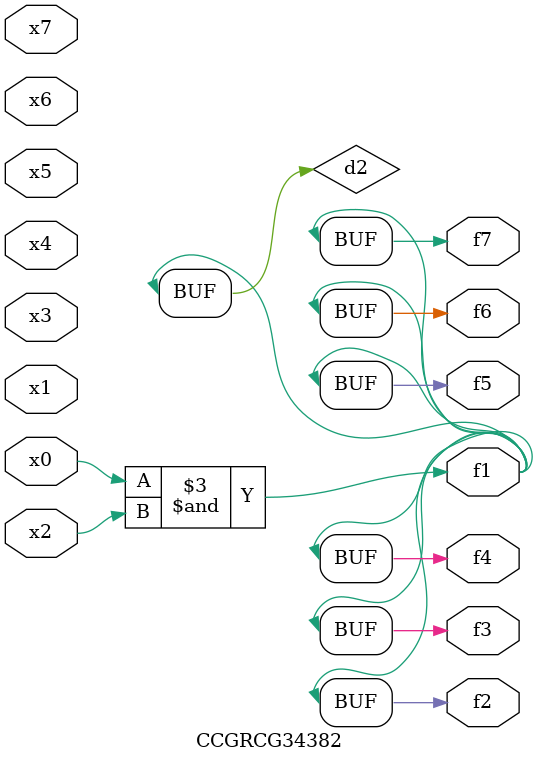
<source format=v>
module CCGRCG34382(
	input x0, x1, x2, x3, x4, x5, x6, x7,
	output f1, f2, f3, f4, f5, f6, f7
);

	wire d1, d2;

	nor (d1, x3, x6);
	and (d2, x0, x2);
	assign f1 = d2;
	assign f2 = d2;
	assign f3 = d2;
	assign f4 = d2;
	assign f5 = d2;
	assign f6 = d2;
	assign f7 = d2;
endmodule

</source>
